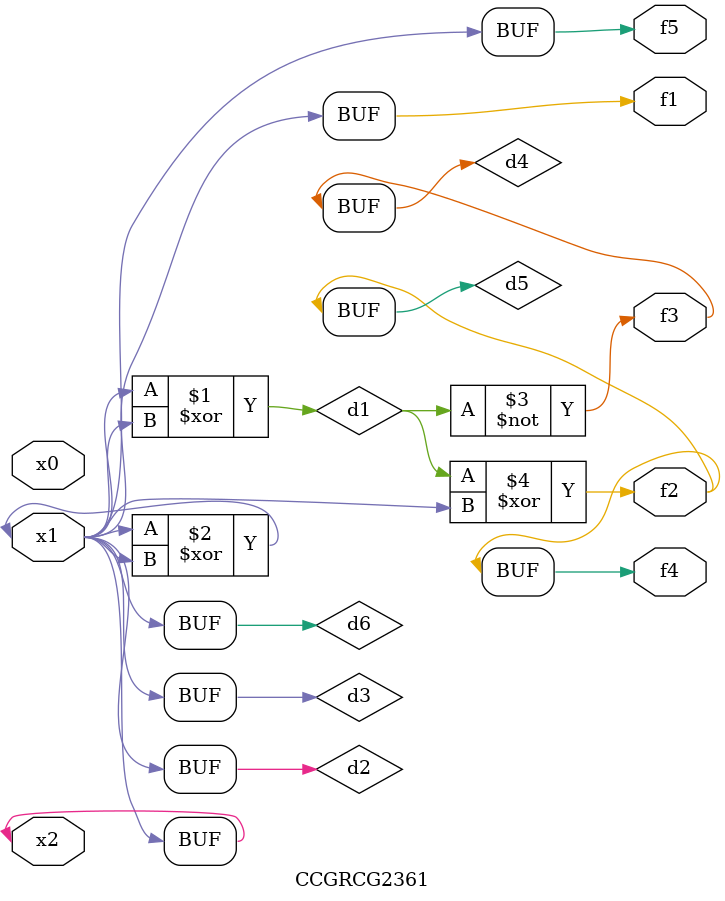
<source format=v>
module CCGRCG2361(
	input x0, x1, x2,
	output f1, f2, f3, f4, f5
);

	wire d1, d2, d3, d4, d5, d6;

	xor (d1, x1, x2);
	buf (d2, x1, x2);
	xor (d3, x1, x2);
	nor (d4, d1);
	xor (d5, d1, d2);
	buf (d6, d2, d3);
	assign f1 = d6;
	assign f2 = d5;
	assign f3 = d4;
	assign f4 = d5;
	assign f5 = d6;
endmodule

</source>
